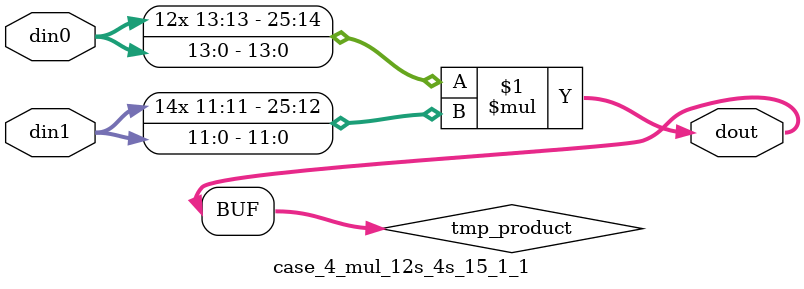
<source format=v>

`timescale 1 ns / 1 ps

 (* use_dsp = "no" *)  module case_4_mul_12s_4s_15_1_1(din0, din1, dout);
parameter ID = 1;
parameter NUM_STAGE = 0;
parameter din0_WIDTH = 14;
parameter din1_WIDTH = 12;
parameter dout_WIDTH = 26;

input [din0_WIDTH - 1 : 0] din0; 
input [din1_WIDTH - 1 : 0] din1; 
output [dout_WIDTH - 1 : 0] dout;

wire signed [dout_WIDTH - 1 : 0] tmp_product;



























assign tmp_product = $signed(din0) * $signed(din1);








assign dout = tmp_product;





















endmodule

</source>
